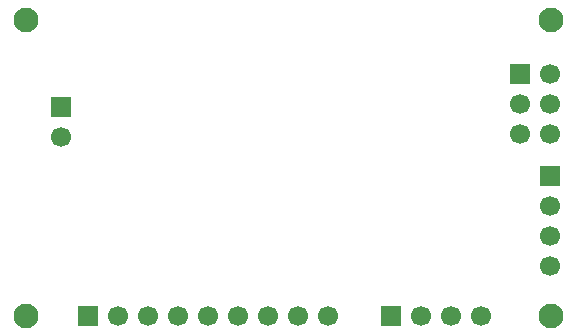
<source format=gbs>
%TF.GenerationSoftware,KiCad,Pcbnew,9.0.5*%
%TF.CreationDate,2025-10-31T12:22:54+09:00*%
%TF.ProjectId,MCU_Datalogger,4d43555f-4461-4746-916c-6f676765722e,1*%
%TF.SameCoordinates,Original*%
%TF.FileFunction,Soldermask,Bot*%
%TF.FilePolarity,Negative*%
%FSLAX46Y46*%
G04 Gerber Fmt 4.6, Leading zero omitted, Abs format (unit mm)*
G04 Created by KiCad (PCBNEW 9.0.5) date 2025-10-31 12:22:54*
%MOMM*%
%LPD*%
G01*
G04 APERTURE LIST*
%ADD10R,1.700000X1.700000*%
%ADD11C,1.700000*%
%ADD12C,2.100000*%
G04 APERTURE END LIST*
D10*
%TO.C,J3*%
X169607000Y-86995000D03*
D11*
X172147000Y-86995000D03*
X174687000Y-86995000D03*
X177227000Y-86995000D03*
%TD*%
D12*
%TO.C,H2*%
X138684000Y-86995000D03*
%TD*%
%TO.C,H4*%
X183134000Y-86995000D03*
%TD*%
%TO.C,H1*%
X138684000Y-61976000D03*
%TD*%
D10*
%TO.C,BAT1*%
X141605000Y-69337000D03*
D11*
X141605000Y-71877000D03*
%TD*%
D10*
%TO.C,J4*%
X180457000Y-66548000D03*
D11*
X182997000Y-66548000D03*
X180457000Y-69088000D03*
X182997000Y-69088000D03*
X180457000Y-71628000D03*
X182997000Y-71628000D03*
%TD*%
D10*
%TO.C,J1*%
X183007000Y-75184000D03*
D11*
X183007000Y-77724000D03*
X183007000Y-80264000D03*
X183007000Y-82804000D03*
%TD*%
D10*
%TO.C,J2*%
X143953000Y-86995000D03*
D11*
X146493000Y-86995000D03*
X149033000Y-86995000D03*
X151573000Y-86995000D03*
X154113000Y-86995000D03*
X156653000Y-86995000D03*
X159193000Y-86995000D03*
X161733000Y-86995000D03*
X164273000Y-86995000D03*
%TD*%
D12*
%TO.C,H3*%
X183134000Y-61976000D03*
%TD*%
M02*

</source>
